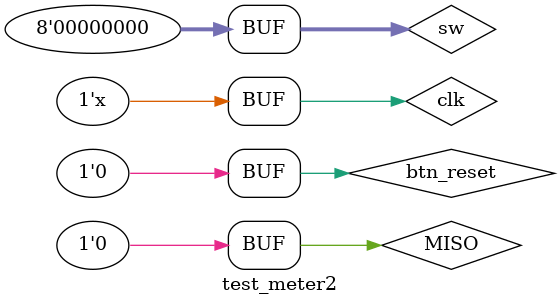
<source format=v>
`timescale 1ns / 1ps


module test_meter2;

	// Inputs
	reg clk;
	reg [7:0] sw;
	reg btn_reset;
	reg MISO;

	// Outputs
	wire SS;
	wire SCLK;
	wire MOSI;
	wire [7:0] seg;
	wire [3:0] an;

	// Instantiate the Unit Under Test (UUT)
	parking_meter uut (
		.clk(clk), 
		.sw(sw), 
		.btn_reset(btn_reset), 
		.MISO(MISO), 
		.SS(SS), 
		.SCLK(SCLK), 
		.MOSI(MOSI), 
		.seg(seg), 
		.an(an)
	);
	
	always #1 clk = ~clk;

	initial begin
		// Initialize Inputs
		clk = 0;
		sw = 0;
		btn_reset = 0;
		MISO = 0;

		// Wait 100 ns for global reset to finish
		#100 btn_reset = 1;
        
		// Add stimulus here
		#200000 btn_reset = 0;
	end
      
endmodule


</source>
